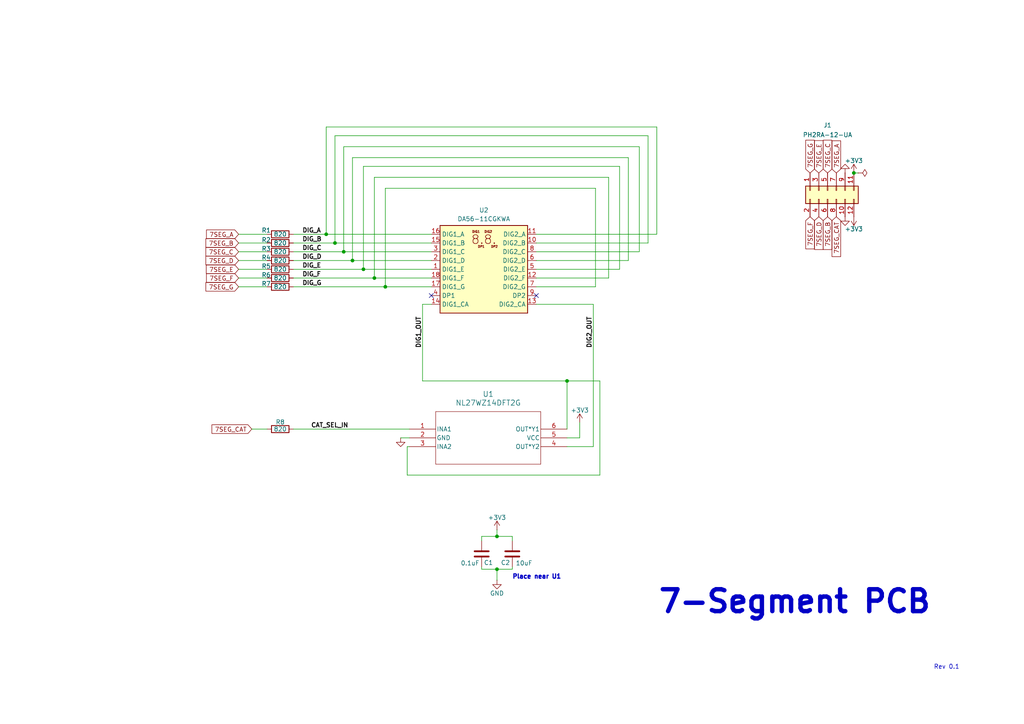
<source format=kicad_sch>
(kicad_sch (version 20231120) (generator "eeschema") (generator_version "8.0")
  (paper "A4")
  (lib_symbols
    (symbol "Connector_Generic:Conn_02x06_Odd_Even" (pin_names (offset 1.016) hide)
      (property "Reference" "J" (at 1.27 7.62 0))
      (property "Value" "Conn_02x06_Odd_Even" (at 1.27 -10.16 0))
      (symbol "Conn_02x06_Odd_Even_1_1"
        (rectangle (start -1.27 -7.493) (end 0 -7.747) (stroke (width 0.1524)))
        (rectangle (start -1.27 -4.953) (end 0 -5.207) (stroke (width 0.1524)))
        (rectangle (start -1.27 -2.413) (end 0 -2.667) (stroke (width 0.1524)))
        (rectangle (start -1.27 0.127) (end 0 -0.127) (stroke (width 0.1524)))
        (rectangle (start -1.27 2.667) (end 0 2.413) (stroke (width 0.1524)))
        (rectangle (start -1.27 5.207) (end 0 4.953) (stroke (width 0.1524)))
        (rectangle (start -1.27 6.35) (end 3.81 -8.89) (stroke (width 0.254)) (fill (type background)))
        (rectangle (start 3.81 -7.493) (end 2.54 -7.747) (stroke (width 0.1524)))
        (rectangle (start 3.81 -4.953) (end 2.54 -5.207) (stroke (width 0.1524)))
        (rectangle (start 3.81 -2.413) (end 2.54 -2.667) (stroke (width 0.1524)))
        (rectangle (start 3.81 0.127) (end 2.54 -0.127) (stroke (width 0.1524)))
        (rectangle (start 3.81 2.667) (end 2.54 2.413) (stroke (width 0.1524)))
        (rectangle (start 3.81 5.207) (end 2.54 4.953) (stroke (width 0.1524)))
        (pin passive line (at -5.08 5.08 0) (length 3.81) (name "Pin_1") (number "1"))
        (pin passive line (at 7.62 -5.08 180) (length 3.81) (name "Pin_10") (number "10"))
        (pin passive line (at -5.08 -7.62 0) (length 3.81) (name "Pin_11") (number "11"))
        (pin passive line (at 7.62 -7.62 180) (length 3.81) (name "Pin_12") (number "12"))
        (pin passive line (at 7.62 5.08 180) (length 3.81) (name "Pin_2") (number "2"))
        (pin passive line (at -5.08 2.54 0) (length 3.81) (name "Pin_3") (number "3"))
        (pin passive line (at 7.62 2.54 180) (length 3.81) (name "Pin_4") (number "4"))
        (pin passive line (at -5.08 0 0) (length 3.81) (name "Pin_5") (number "5"))
        (pin passive line (at 7.62 0 180) (length 3.81) (name "Pin_6") (number "6"))
        (pin passive line (at -5.08 -2.54 0) (length 3.81) (name "Pin_7") (number "7"))
        (pin passive line (at 7.62 -2.54 180) (length 3.81) (name "Pin_8") (number "8"))
        (pin passive line (at -5.08 -5.08 0) (length 3.81) (name "Pin_9") (number "9"))
      )
    )
    (symbol "Device:R" (pin_numbers hide) (pin_names (offset 0))
      (property "Reference" "R" (at 2.032 0 90))
      (property "Value" "R" (at 0 0 90))
      (symbol "R_0_1"
        (rectangle (start -1.016 -2.54) (end 1.016 2.54) (stroke (width 0.254)))
      )
      (symbol "R_1_1"
        (pin passive line (at 0 3.81 270) (length 1.27) (name "~") (number "1"))
        (pin passive line (at 0 -3.81 90) (length 1.27) (name "~") (number "2"))
      )
    )
    (symbol "Display_Character:DA56-11CGKWA"
      (property "Reference" "U" (at -11.43 13.97 0))
      (property "Value" "DA56-11CGKWA" (at 12.7 13.97 0))
      (symbol "DA56-11CGKWA_0_0"
        (text "8.8." (at 0 8.636 0) (effects (font (size 2.54 2.54))))
        (text "DIG1" (at -2.286 10.922 0) (effects (font (size 0.635 0.635))))
        (text "DIG2" (at 1.27 10.922 0) (effects (font (size 0.635 0.635))))
        (text "DP1" (at -0.762 6.604 0) (effects (font (size 0.635 0.635))))
        (text "DP2" (at 3.048 6.604 0) (effects (font (size 0.635 0.635))))
      )
      (symbol "DA56-11CGKWA_0_1"
        (rectangle (start -12.7 12.7) (end 12.7 -12.7) (stroke (width 0.254)) (fill (type background)))
      )
      (symbol "DA56-11CGKWA_1_1"
        (pin input line (at -15.24 0 0) (length 2.54) (name "DIG1_E") (number "1"))
        (pin input line (at 15.24 7.62 180) (length 2.54) (name "DIG2_B") (number "10"))
        (pin input line (at 15.24 10.16 180) (length 2.54) (name "DIG2_A") (number "11"))
        (pin input line (at 15.24 -2.54 180) (length 2.54) (name "DIG2_F") (number "12"))
        (pin input line (at 15.24 -10.16 180) (length 2.54) (name "DIG2_CA") (number "13"))
        (pin input line (at -15.24 -10.16 0) (length 2.54) (name "DIG1_CA") (number "14"))
        (pin input line (at -15.24 7.62 0) (length 2.54) (name "DIG1_B") (number "15"))
        (pin input line (at -15.24 10.16 0) (length 2.54) (name "DIG1_A") (number "16"))
        (pin input line (at -15.24 -5.08 0) (length 2.54) (name "DIG1_G") (number "17"))
        (pin input line (at -15.24 -2.54 0) (length 2.54) (name "DIG1_F") (number "18"))
        (pin input line (at -15.24 2.54 0) (length 2.54) (name "DIG1_D") (number "2"))
        (pin input line (at -15.24 5.08 0) (length 2.54) (name "DIG1_C") (number "3"))
        (pin input line (at -15.24 -7.62 0) (length 2.54) (name "DP1") (number "4"))
        (pin input line (at 15.24 0 180) (length 2.54) (name "DIG2_E") (number "5"))
        (pin input line (at 15.24 2.54 180) (length 2.54) (name "DIG2_D") (number "6"))
        (pin input line (at 15.24 -5.08 180) (length 2.54) (name "DIG2_G") (number "7"))
        (pin input line (at 15.24 5.08 180) (length 2.54) (name "DIG2_C") (number "8"))
        (pin input line (at 15.24 -7.62 180) (length 2.54) (name "DP2") (number "9"))
      )
    )
    (symbol "NL27WZ14DFT2G:NL27WZ14DFT2G" (pin_names (offset 0.254))
      (property "Reference" "U1" (at 22.86 10.16 0))
      (property "Value" "NL27WZ14DFT2G" (at 22.86 7.62 0))
      (symbol "NL27WZ14DFT2G_0_1"
        (polyline (pts (xy 7.62 -10.16) (xy 38.1 -10.16)) (stroke (width 0.127)))
        (polyline (pts (xy 7.62 5.08) (xy 7.62 -10.16)) (stroke (width 0.127)))
        (polyline (pts (xy 38.1 -10.16) (xy 38.1 5.08)) (stroke (width 0.127)))
        (polyline (pts (xy 38.1 5.08) (xy 7.62 5.08)) (stroke (width 0.127)))
        (pin input line (at 0 0 0) (length 7.62) (name "INA1") (number "1"))
        (pin input line (at 0 -5.08 0) (length 7.62) (name "INA2") (number "3"))
        (pin output line (at 45.72 -5.08 180) (length 7.62) (name "OUT*Y2") (number "4"))
        (pin power_in line (at 45.72 -2.54 180) (length 7.62) (name "VCC") (number "5"))
        (pin output line (at 45.72 0 180) (length 7.62) (name "OUT*Y1") (number "6"))
      )
      (symbol "NL27WZ14DFT2G_1_1"
        (pin power_out line (at 0 -2.54 0) (length 7.62) (name "GND") (number "2"))
      )
    )
    (symbol "PCM_Capacitor_AKL:C_1206" (pin_numbers hide) (pin_names (offset 0.254))
      (property "Reference" "C" (at 0.635 2.54 0))
      (property "Value" "C_1206" (at 0.635 -2.54 0))
      (symbol "C_1206_0_1"
        (polyline (pts (xy -2.032 -0.762) (xy 2.032 -0.762)) (stroke (width 0.508)))
        (polyline (pts (xy -2.032 0.762) (xy 2.032 0.762)) (stroke (width 0.508)))
      )
      (symbol "C_1206_1_1"
        (pin passive line (at 0 3.81 270) (length 2.794) (name "~") (number "1"))
        (pin passive line (at 0 -3.81 90) (length 2.794) (name "~") (number "2"))
      )
    )
    (symbol "power:+3V3" (power) (pin_numbers hide) (pin_names (offset 0) hide)
      (property "Value" "+3V3" (at 0 3.556 0))
      (symbol "+3V3_0_1"
        (polyline (pts (xy -0.762 1.27) (xy 0 2.54)))
        (polyline (pts (xy 0 0) (xy 0 2.54)))
        (polyline (pts (xy 0 2.54) (xy 0.762 1.27)))
      )
      (symbol "+3V3_1_1"
        (pin power_in line (at 0 0 90) (length 0) (name "~") (number "1"))
      )
    )
    (symbol "power:GND" (power) (pin_numbers hide) (pin_names (offset 0) hide)
      (property "Value" "GND" (at 0 -3.81 0))
      (symbol "GND_0_1"
        (polyline (pts (xy 0 0) (xy 0 -1.27) (xy 1.27 -1.27) (xy 0 -2.54) (xy -1.27 -1.27) (xy 0 -1.27)))
      )
      (symbol "GND_1_1"
        (pin power_in line (at 0 0 270) (length 0) (name "~") (number "1"))
      )
    )
    (symbol "power:PWR_FLAG" (power) (pin_numbers hide) (pin_names (offset 0) hide)
      (property "Value" "PWR_FLAG" (at 0 3.81 0))
      (symbol "PWR_FLAG_0_0"
        (pin power_out line (at 0 0 90) (length 0) (name "~") (number "1"))
      )
      (symbol "PWR_FLAG_0_1"
        (polyline (pts (xy 0 0) (xy 0 1.27) (xy -1.016 1.905) (xy 0 2.54) (xy 1.016 1.905) (xy 0 1.27)))
      )
    )
  )
  (junction (at 105.41 78.105))
  (junction (at 164.465 110.49))
  (junction (at 99.695 73.025))
  (junction (at 111.76 83.185))
  (junction (at 247.65 50.165))
  (junction (at 144.145 155.575))
  (junction (at 97.155 70.485))
  (junction (at 102.235 75.565))
  (junction (at 144.145 165.1))
  (junction (at 94.615 67.945))
  (junction (at 108.585 80.645))
  (no_connect (at 125.095 85.725))
  (no_connect (at 155.575 85.725))
  (wire (pts (xy 172.085 129.54) (xy 172.085 88.265)))
  (wire (pts (xy 144.145 155.575) (xy 144.145 153.67)))
  (wire (pts (xy 155.575 67.945) (xy 190.5 67.945)))
  (wire (pts (xy 94.615 67.945) (xy 94.615 36.83)))
  (wire (pts (xy 164.465 110.49) (xy 173.99 110.49)))
  (wire (pts (xy 185.42 42.545) (xy 99.695 42.545)))
  (wire (pts (xy 85.09 75.565) (xy 102.235 75.565)))
  (wire (pts (xy 155.575 70.485) (xy 187.96 70.485)))
  (wire (pts (xy 102.235 45.72) (xy 182.245 45.72)))
  (wire (pts (xy 148.59 155.575) (xy 144.145 155.575)))
  (wire (pts (xy 164.465 110.49) (xy 122.555 110.49)))
  (wire (pts (xy 85.09 70.485) (xy 97.155 70.485)))
  (wire (pts (xy 182.245 45.72) (xy 182.245 75.565)))
  (wire (pts (xy 168.148 122.555) (xy 168.148 127)))
  (wire (pts (xy 97.155 70.485) (xy 125.095 70.485)))
  (wire (pts (xy 187.96 70.485) (xy 187.96 39.37)))
  (wire (pts (xy 148.59 164.465) (xy 148.59 165.1)))
  (wire (pts (xy 105.41 48.26) (xy 179.705 48.26)))
  (wire (pts (xy 139.7 155.575) (xy 144.145 155.575)))
  (wire (pts (xy 187.96 39.37) (xy 97.155 39.37)))
  (wire (pts (xy 73.025 124.46) (xy 77.47 124.46)))
  (wire (pts (xy 173.99 137.795) (xy 118.11 137.795)))
  (wire (pts (xy 85.09 83.185) (xy 111.76 83.185)))
  (wire (pts (xy 85.09 80.645) (xy 108.585 80.645)))
  (wire (pts (xy 164.465 127) (xy 168.148 127)))
  (wire (pts (xy 148.59 156.845) (xy 148.59 155.575)))
  (wire (pts (xy 155.575 75.565) (xy 182.245 75.565)))
  (wire (pts (xy 164.465 129.54) (xy 172.085 129.54)))
  (wire (pts (xy 85.09 78.105) (xy 105.41 78.105)))
  (wire (pts (xy 94.615 36.83) (xy 190.5 36.83)))
  (wire (pts (xy 97.155 39.37) (xy 97.155 70.485)))
  (wire (pts (xy 172.72 54.61) (xy 111.76 54.61)))
  (wire (pts (xy 139.7 165.1) (xy 144.145 165.1)))
  (wire (pts (xy 155.575 78.105) (xy 179.705 78.105)))
  (wire (pts (xy 85.09 67.945) (xy 94.615 67.945)))
  (wire (pts (xy 102.235 75.565) (xy 102.235 45.72)))
  (wire (pts (xy 108.585 80.645) (xy 125.095 80.645)))
  (wire (pts (xy 111.76 54.61) (xy 111.76 83.185)))
  (wire (pts (xy 102.235 75.565) (xy 125.095 75.565)))
  (wire (pts (xy 122.555 88.265) (xy 125.095 88.265)))
  (wire (pts (xy 69.215 67.945) (xy 77.47 67.945)))
  (wire (pts (xy 122.555 88.265) (xy 122.555 110.49)))
  (wire (pts (xy 105.41 78.105) (xy 125.095 78.105)))
  (wire (pts (xy 99.695 42.545) (xy 99.695 73.025)))
  (wire (pts (xy 99.695 73.025) (xy 125.095 73.025)))
  (wire (pts (xy 190.5 36.83) (xy 190.5 67.945)))
  (wire (pts (xy 185.42 73.025) (xy 185.42 42.545)))
  (wire (pts (xy 94.615 67.945) (xy 125.095 67.945)))
  (wire (pts (xy 69.215 70.485) (xy 77.47 70.485)))
  (wire (pts (xy 69.215 80.645) (xy 77.47 80.645)))
  (wire (pts (xy 69.215 78.105) (xy 77.47 78.105)))
  (wire (pts (xy 144.145 165.1) (xy 144.145 168.275)))
  (wire (pts (xy 116.205 127) (xy 118.745 127)))
  (wire (pts (xy 69.215 83.185) (xy 77.47 83.185)))
  (wire (pts (xy 85.09 124.46) (xy 118.745 124.46)))
  (wire (pts (xy 85.09 73.025) (xy 99.695 73.025)))
  (wire (pts (xy 105.41 78.105) (xy 105.41 48.26)))
  (wire (pts (xy 139.7 164.465) (xy 139.7 165.1)))
  (wire (pts (xy 155.575 80.645) (xy 176.53 80.645)))
  (wire (pts (xy 139.7 155.575) (xy 139.7 156.845)))
  (wire (pts (xy 176.53 80.645) (xy 176.53 51.435)))
  (wire (pts (xy 173.99 110.49) (xy 173.99 137.795)))
  (wire (pts (xy 172.085 88.265) (xy 155.575 88.265)))
  (wire (pts (xy 148.59 165.1) (xy 144.145 165.1)))
  (wire (pts (xy 176.53 51.435) (xy 108.585 51.435)))
  (wire (pts (xy 118.11 137.795) (xy 118.11 129.54)))
  (wire (pts (xy 111.76 83.185) (xy 125.095 83.185)))
  (wire (pts (xy 118.11 129.54) (xy 118.745 129.54)))
  (wire (pts (xy 155.575 73.025) (xy 185.42 73.025)))
  (wire (pts (xy 164.465 124.46) (xy 164.465 110.49)))
  (wire (pts (xy 69.215 73.025) (xy 77.47 73.025)))
  (wire (pts (xy 179.705 48.26) (xy 179.705 78.105)))
  (wire (pts (xy 108.585 51.435) (xy 108.585 80.645)))
  (wire (pts (xy 172.72 83.185) (xy 172.72 54.61)))
  (wire (pts (xy 155.575 83.185) (xy 172.72 83.185)))
  (wire (pts (xy 248.92 50.165) (xy 247.65 50.165)))
  (wire (pts (xy 69.215 75.565) (xy 77.47 75.565)))
  (text "Place near U1" (at 155.702 167.386 0) (effects (font (size 1.27 1.27) (thickness 1.016) (bold yes))))
  (text "Rev 0.1" (at 274.574 193.548 0) (effects (font (size 1.27 1.27))))
  (text "7-Segment PCB" (at 230.505 174.625 0) (effects (font (size 6.35 6.35) (thickness 1.27) (bold yes))))
  (label "DIG2_OUT" (at 172.085 100.965 90) (effects (font (bold yes))))
  (label "DIG_D" (at 87.63 75.565 0) (effects (font (bold yes))))
  (label "DIG_C" (at 87.63 73.025 0) (effects (font (bold yes))))
  (label "DIG_A" (at 87.63 67.945 0) (effects (font (bold yes))))
  (label "DIG_G" (at 87.63 83.185 0) (effects (font (bold yes))))
  (label "DIG_B" (at 87.63 70.485 0) (effects (font (bold yes))))
  (label "CAT_SEL_IN" (at 90.17 124.46 0) (effects (font (bold yes))))
  (label "DIG1_OUT" (at 122.555 100.965 90) (effects (font (bold yes))))
  (label "DIG_F" (at 87.63 80.645 0) (effects (font (bold yes))))
  (label "DIG_E" (at 87.63 78.105 0) (effects (font (bold yes))))
  (global_label "7SEG_A" (shape input) (at 242.57 50.165 90) (property "Intersheetrefs" "${INTERSHEET_REFS}" (effects (hide yes))))
  (global_label "7SEG_C" (shape input) (at 240.03 50.165 90) (property "Intersheetrefs" "${INTERSHEET_REFS}" (effects (hide yes))))
  (global_label "7SEG_CAT" (shape input) (at 73.025 124.46 180) (property "Intersheetrefs" "${INTERSHEET_REFS}" (effects (hide yes))))
  (global_label "7SEG_B" (shape input) (at 240.03 62.865 270) (property "Intersheetrefs" "${INTERSHEET_REFS}" (effects (hide yes))))
  (global_label "7SEG_E" (shape input) (at 237.49 50.165 90) (property "Intersheetrefs" "${INTERSHEET_REFS}" (effects (hide yes))))
  (global_label "7SEG_F" (shape input) (at 69.215 80.645 180) (property "Intersheetrefs" "${INTERSHEET_REFS}" (effects (hide yes))))
  (global_label "7SEG_G" (shape input) (at 69.215 83.185 180) (property "Intersheetrefs" "${INTERSHEET_REFS}" (effects (hide yes))))
  (global_label "7SEG_B" (shape input) (at 69.215 70.485 180) (property "Intersheetrefs" "${INTERSHEET_REFS}" (effects (hide yes))))
  (global_label "7SEG_A" (shape input) (at 69.215 67.945 180) (property "Intersheetrefs" "${INTERSHEET_REFS}" (effects (hide yes))))
  (global_label "7SEG_E" (shape input) (at 69.215 78.105 180) (property "Intersheetrefs" "${INTERSHEET_REFS}" (effects (hide yes))))
  (global_label "7SEG_C" (shape input) (at 69.215 73.025 180) (property "Intersheetrefs" "${INTERSHEET_REFS}" (effects (hide yes))))
  (global_label "7SEG_F" (shape input) (at 234.95 62.865 270) (property "Intersheetrefs" "${INTERSHEET_REFS}" (effects (hide yes))))
  (global_label "7SEG_G" (shape input) (at 234.95 50.165 90) (property "Intersheetrefs" "${INTERSHEET_REFS}" (effects (hide yes))))
  (global_label "7SEG_D" (shape input) (at 69.215 75.565 180) (property "Intersheetrefs" "${INTERSHEET_REFS}" (effects (hide yes))))
  (global_label "7SEG_D" (shape input) (at 237.49 62.865 270) (property "Intersheetrefs" "${INTERSHEET_REFS}" (effects (hide yes))))
  (global_label "7SEG_CAT" (shape input) (at 242.57 62.865 270) (property "Intersheetrefs" "${INTERSHEET_REFS}" (effects (hide yes))))
  (symbol (lib_id "Device:R") (at 81.28 75.565 90) (unit 1)
    (property "Reference" "R4" (at 77.216 74.676 90))
    (property "Value" "820" (at 81.28 75.565 90))
    (property "Footprint" "PCM_Resistor_SMD_AKL:R_1206_3216Metric_Pad1.42x1.75mm_HandSolder" (effects (hide yes)))
    (property "Description" "Resistor" (effects (hide yes)))
  )
  (symbol (lib_id "Device:R") (at 81.28 78.105 90) (unit 1)
    (property "Reference" "R5" (at 77.216 77.216 90))
    (property "Value" "820" (at 81.28 78.105 90))
    (property "Footprint" "PCM_Resistor_SMD_AKL:R_1206_3216Metric_Pad1.42x1.75mm_HandSolder" (effects (hide yes)))
    (property "Description" "Resistor" (effects (hide yes)))
  )
  (symbol (lib_id "Device:R") (at 81.28 70.485 90) (unit 1)
    (property "Reference" "R2" (at 77.216 69.596 90))
    (property "Value" "820" (at 81.28 70.485 90))
    (property "Footprint" "PCM_Resistor_SMD_AKL:R_1206_3216Metric_Pad1.42x1.75mm_HandSolder" (effects (hide yes)))
    (property "Description" "Resistor" (effects (hide yes)))
  )
  (symbol (lib_id "power:+3V3") (at 247.65 62.865 180) (unit 1)
    (property "Reference" "#PWR06" (effects (hide yes)))
    (property "Value" "+3V3" (at 247.65 66.421 0))
    (property "Description" "Power symbol creates a global label with name \"+3V3\"" (effects (hide yes)))
  )
  (symbol (lib_id "Display_Character:DA56-11CGKWA") (at 140.335 78.105 0) (unit 1)
    (property "Reference" "U2" (at 140.335 60.96 0))
    (property "Value" "DA56-11CGKWA" (at 140.335 63.5 0))
    (property "Footprint" "Display_7Segment:DA56-11CGKWA" (effects (hide yes)))
    (property "Datasheet" "http://www.kingbright.com/attachments/file/psearch/000/00/00/DA56-11CGKWA(Ver.16A).pdf" (effects (hide yes)))
    (property "Description" "Double digit 7 segment green LED common anode" (effects (hide yes)))
    (property "Order" "https://www.mouser.com/ProductDetail/Kingbright/DC56-11GWA?qs=sXafwHSx%252BU%252BFqc2jozM64A%3D%3D" (effects (hide yes)))
  )
  (symbol (lib_id "PCM_Capacitor_AKL:C_1206") (at 148.59 160.655 180) (unit 1)
    (property "Reference" "C2" (at 147.955 163.195 0) (effects (justify left)))
    (property "Value" "10uF" (at 154.432 163.322 0) (effects (justify left)))
    (property "Footprint" "Capacitor_SMD:C_1206_3216Metric_Pad1.33x1.80mm_HandSolder" (effects (hide yes)))
    (property "Description" "SMD 1206 MLCC capacitor, Alternate KiCad Library" (effects (hide yes)))
  )
  (symbol (lib_id "NL27WZ14DFT2G:NL27WZ14DFT2G") (at 118.745 124.46 0) (unit 1)
    (property "Reference" "U1" (at 141.605 114.3 0) (effects (font (size 1.524 1.524))))
    (property "Value" "NL27WZ14DFT2G" (at 141.605 116.84 0) (effects (font (size 1.524 1.524))))
    (property "Footprint" "7Seg Imported Footprints:SC70-6_ONS" (effects (hide yes)))
    (property "Datasheet" "https://www.onsemi.com/pdf/datasheet/nl27wz14-d.pdf" (effects (hide yes)))
    (property "Description" "Inverter IC 2 Channel Schmitt Trigger SC-88/SC70-6/SOT-363" (effects (hide yes)))
    (property "Digikey" "https://www.digikey.com/en/products/detail/onsemi/NL27WZ14DFT2G/920165" (effects (hide yes)))
    (property "Price" "0.32" (effects (hide yes)))
  )
  (symbol (lib_id "Device:R") (at 81.28 67.945 90) (unit 1)
    (property "Reference" "R1" (at 77.216 66.802 90))
    (property "Value" "820" (at 81.28 67.945 90))
    (property "Footprint" "PCM_Resistor_SMD_AKL:R_1206_3216Metric_Pad1.42x1.75mm_HandSolder" (effects (hide yes)))
    (property "Description" "Resistor" (effects (hide yes)))
  )
  (symbol (lib_id "power:GND") (at 116.205 127 0) (unit 1)
    (property "Reference" "#PWR04" (effects (hide yes)))
    (property "Value" "GND" (effects (hide yes)))
    (property "Description" "Power symbol creates a global label with name \"GND\" , ground" (effects (hide yes)))
  )
  (symbol (lib_id "power:GND") (at 245.11 62.865 0) (unit 1)
    (property "Reference" "#PWR07" (effects (hide yes)))
    (property "Value" "GND" (effects (hide yes)))
    (property "Description" "Power symbol creates a global label with name \"GND\" , ground" (effects (hide yes)))
  )
  (symbol (lib_id "Connector_Generic:Conn_02x06_Odd_Even") (at 240.03 55.245 90) (mirror x) (unit 1)
    (property "Reference" "J1" (at 240.03 36.322 90))
    (property "Value" "PH2RA-12-UA" (at 240.03 39.116 90))
    (property "Footprint" "Connector_PinSocket_2.54mm:PinSocket_2x06_P2.54mm_Vertical" (effects (hide yes)))
    (property "Datasheet" "https://app.adam-tech.com/products/download/data_sheet/200508/ph2ra-xx-ua-data-sheet.pdf" (effects (hide yes)))
    (property "Description" "Connector Header Through Hole, Right Angle 12 position 0.100\" (2.54mm)" (effects (hide yes)))
    (property "Digikey" "https://www.digikey.com/en/products/detail/adam-tech/PH2RA-12-UA/9830569" (effects (hide yes)))
    (property "Price" "0.34" (effects (hide yes)))
    (property "Mfgr" "Adam Tech" (effects (hide yes)))
    (property "MPN" "PH2RA-12-UA" (effects (hide yes)))
  )
  (symbol (lib_id "Device:R") (at 81.28 83.185 90) (unit 1)
    (property "Reference" "R7" (at 77.216 82.296 90))
    (property "Value" "820" (at 81.28 83.185 90))
    (property "Footprint" "PCM_Resistor_SMD_AKL:R_1206_3216Metric_Pad1.42x1.75mm_HandSolder" (effects (hide yes)))
    (property "Description" "Resistor" (effects (hide yes)))
  )
  (symbol (lib_id "Device:R") (at 81.28 80.645 90) (unit 1)
    (property "Reference" "R6" (at 77.216 79.756 90))
    (property "Value" "820" (at 81.28 80.645 90))
    (property "Footprint" "PCM_Resistor_SMD_AKL:R_1206_3216Metric_Pad1.42x1.75mm_HandSolder" (effects (hide yes)))
    (property "Description" "Resistor" (effects (hide yes)))
  )
  (symbol (lib_id "Device:R") (at 81.28 73.025 90) (unit 1)
    (property "Reference" "R3" (at 77.216 72.136 90))
    (property "Value" "820" (at 81.28 73.025 90))
    (property "Footprint" "PCM_Resistor_SMD_AKL:R_1206_3216Metric_Pad1.42x1.75mm_HandSolder" (effects (hide yes)))
    (property "Description" "Resistor" (effects (hide yes)))
  )
  (symbol (lib_id "power:+3V3") (at 144.145 153.67 0) (unit 1)
    (property "Reference" "#PWR01" (effects (hide yes)))
    (property "Value" "+3V3" (at 144.145 150.114 0))
    (property "Description" "Power symbol creates a global label with name \"+3V3\"" (effects (hide yes)))
  )
  (symbol (lib_id "Device:R") (at 81.28 124.46 90) (unit 1)
    (property "Reference" "R8" (at 81.28 122.428 90))
    (property "Value" "820" (at 81.28 124.46 90))
    (property "Footprint" "PCM_Resistor_SMD_AKL:R_1206_3216Metric_Pad1.42x1.75mm_HandSolder" (effects (hide yes)))
    (property "Description" "Resistor" (effects (hide yes)))
  )
  (symbol (lib_id "power:GND") (at 245.11 50.165 180) (unit 1)
    (property "Reference" "#PWR08" (effects (hide yes)))
    (property "Value" "GND" (effects (hide yes)))
    (property "Description" "Power symbol creates a global label with name \"GND\" , ground" (effects (hide yes)))
  )
  (symbol (lib_id "power:+3V3") (at 168.148 122.555 0) (unit 1)
    (property "Reference" "#PWR03" (effects (hide yes)))
    (property "Value" "+3V3" (at 168.148 118.999 0))
    (property "Description" "Power symbol creates a global label with name \"+3V3\"" (effects (hide yes)))
  )
  (symbol (lib_id "power:PWR_FLAG") (at 248.92 50.165 270) (unit 1)
    (property "Reference" "#FLG01" (effects (hide yes)))
    (property "Value" "PWR_FLAG" (effects (hide yes)))
    (property "Description" "Special symbol for telling ERC where power comes from" (effects (hide yes)))
  )
  (symbol (lib_id "power:GND") (at 144.145 168.275 0) (unit 1)
    (property "Reference" "#PWR02" (effects (hide yes)))
    (property "Value" "GND" (at 144.145 172.085 0))
    (property "Description" "Power symbol creates a global label with name \"GND\" , ground" (effects (hide yes)))
  )
  (symbol (lib_id "PCM_Capacitor_AKL:C_1206") (at 139.7 160.655 0) (mirror x) (unit 1)
    (property "Reference" "C1" (at 140.335 163.195 0) (effects (justify left)))
    (property "Value" "0.1uF" (at 133.604 163.322 0) (effects (justify left)))
    (property "Footprint" "Capacitor_SMD:C_1206_3216Metric_Pad1.33x1.80mm_HandSolder" (effects (hide yes)))
    (property "Description" "SMD 1206 MLCC capacitor, Alternate KiCad Library" (effects (hide yes)))
  )
  (symbol (lib_id "power:+3V3") (at 247.65 50.165 0) (unit 1)
    (property "Reference" "#PWR05" (effects (hide yes)))
    (property "Value" "+3V3" (at 247.65 46.609 0))
    (property "Description" "Power symbol creates a global label with name \"+3V3\"" (effects (hide yes)))
  )
)
</source>
